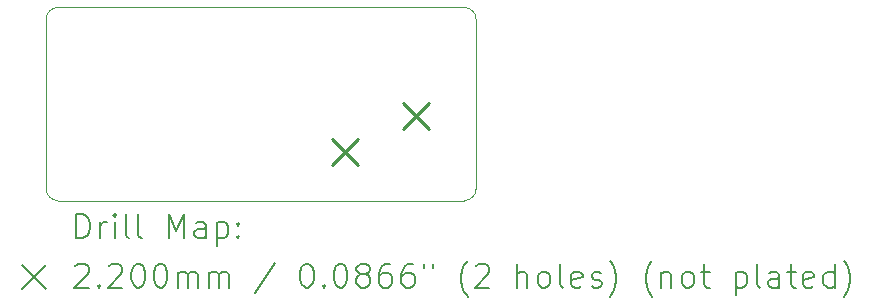
<source format=gbr>
%TF.GenerationSoftware,KiCad,Pcbnew,7.0.6*%
%TF.CreationDate,2023-08-28T10:43:41+02:00*%
%TF.ProjectId,RH_BreakLever_FreeJoy,52485f42-7265-4616-9b4c-657665725f46,rev?*%
%TF.SameCoordinates,Original*%
%TF.FileFunction,Drillmap*%
%TF.FilePolarity,Positive*%
%FSLAX45Y45*%
G04 Gerber Fmt 4.5, Leading zero omitted, Abs format (unit mm)*
G04 Created by KiCad (PCBNEW 7.0.6) date 2023-08-28 10:43:41*
%MOMM*%
%LPD*%
G01*
G04 APERTURE LIST*
%ADD10C,0.100000*%
%ADD11C,0.200000*%
%ADD12C,0.220000*%
G04 APERTURE END LIST*
D10*
X7017000Y-3705000D02*
X3576500Y-3705000D01*
X7117000Y-2170000D02*
G75*
G03*
X7017000Y-2070000I-100000J0D01*
G01*
X3576500Y-2070000D02*
X7017000Y-2070000D01*
X3576500Y-2070000D02*
G75*
G03*
X3476500Y-2170000I0J-100000D01*
G01*
X3476500Y-3605000D02*
G75*
G03*
X3576500Y-3705000I100000J0D01*
G01*
X7117000Y-2170000D02*
X7117000Y-3605000D01*
X7017000Y-3705000D02*
G75*
G03*
X7117000Y-3605000I0J100000D01*
G01*
X3476500Y-2170000D02*
X3476500Y-3605000D01*
D11*
D12*
X5897000Y-3180000D02*
X6117000Y-3400000D01*
X6117000Y-3180000D02*
X5897000Y-3400000D01*
X6497000Y-2880000D02*
X6717000Y-3100000D01*
X6717000Y-2880000D02*
X6497000Y-3100000D01*
D11*
X3732277Y-4021484D02*
X3732277Y-3821484D01*
X3732277Y-3821484D02*
X3779896Y-3821484D01*
X3779896Y-3821484D02*
X3808467Y-3831008D01*
X3808467Y-3831008D02*
X3827515Y-3850055D01*
X3827515Y-3850055D02*
X3837039Y-3869103D01*
X3837039Y-3869103D02*
X3846562Y-3907198D01*
X3846562Y-3907198D02*
X3846562Y-3935769D01*
X3846562Y-3935769D02*
X3837039Y-3973865D01*
X3837039Y-3973865D02*
X3827515Y-3992912D01*
X3827515Y-3992912D02*
X3808467Y-4011960D01*
X3808467Y-4011960D02*
X3779896Y-4021484D01*
X3779896Y-4021484D02*
X3732277Y-4021484D01*
X3932277Y-4021484D02*
X3932277Y-3888150D01*
X3932277Y-3926246D02*
X3941801Y-3907198D01*
X3941801Y-3907198D02*
X3951324Y-3897674D01*
X3951324Y-3897674D02*
X3970372Y-3888150D01*
X3970372Y-3888150D02*
X3989420Y-3888150D01*
X4056086Y-4021484D02*
X4056086Y-3888150D01*
X4056086Y-3821484D02*
X4046562Y-3831008D01*
X4046562Y-3831008D02*
X4056086Y-3840531D01*
X4056086Y-3840531D02*
X4065610Y-3831008D01*
X4065610Y-3831008D02*
X4056086Y-3821484D01*
X4056086Y-3821484D02*
X4056086Y-3840531D01*
X4179896Y-4021484D02*
X4160848Y-4011960D01*
X4160848Y-4011960D02*
X4151324Y-3992912D01*
X4151324Y-3992912D02*
X4151324Y-3821484D01*
X4284658Y-4021484D02*
X4265610Y-4011960D01*
X4265610Y-4011960D02*
X4256086Y-3992912D01*
X4256086Y-3992912D02*
X4256086Y-3821484D01*
X4513229Y-4021484D02*
X4513229Y-3821484D01*
X4513229Y-3821484D02*
X4579896Y-3964341D01*
X4579896Y-3964341D02*
X4646563Y-3821484D01*
X4646563Y-3821484D02*
X4646563Y-4021484D01*
X4827515Y-4021484D02*
X4827515Y-3916722D01*
X4827515Y-3916722D02*
X4817991Y-3897674D01*
X4817991Y-3897674D02*
X4798944Y-3888150D01*
X4798944Y-3888150D02*
X4760848Y-3888150D01*
X4760848Y-3888150D02*
X4741801Y-3897674D01*
X4827515Y-4011960D02*
X4808467Y-4021484D01*
X4808467Y-4021484D02*
X4760848Y-4021484D01*
X4760848Y-4021484D02*
X4741801Y-4011960D01*
X4741801Y-4011960D02*
X4732277Y-3992912D01*
X4732277Y-3992912D02*
X4732277Y-3973865D01*
X4732277Y-3973865D02*
X4741801Y-3954817D01*
X4741801Y-3954817D02*
X4760848Y-3945293D01*
X4760848Y-3945293D02*
X4808467Y-3945293D01*
X4808467Y-3945293D02*
X4827515Y-3935769D01*
X4922753Y-3888150D02*
X4922753Y-4088150D01*
X4922753Y-3897674D02*
X4941801Y-3888150D01*
X4941801Y-3888150D02*
X4979896Y-3888150D01*
X4979896Y-3888150D02*
X4998944Y-3897674D01*
X4998944Y-3897674D02*
X5008467Y-3907198D01*
X5008467Y-3907198D02*
X5017991Y-3926246D01*
X5017991Y-3926246D02*
X5017991Y-3983388D01*
X5017991Y-3983388D02*
X5008467Y-4002436D01*
X5008467Y-4002436D02*
X4998944Y-4011960D01*
X4998944Y-4011960D02*
X4979896Y-4021484D01*
X4979896Y-4021484D02*
X4941801Y-4021484D01*
X4941801Y-4021484D02*
X4922753Y-4011960D01*
X5103705Y-4002436D02*
X5113229Y-4011960D01*
X5113229Y-4011960D02*
X5103705Y-4021484D01*
X5103705Y-4021484D02*
X5094182Y-4011960D01*
X5094182Y-4011960D02*
X5103705Y-4002436D01*
X5103705Y-4002436D02*
X5103705Y-4021484D01*
X5103705Y-3897674D02*
X5113229Y-3907198D01*
X5113229Y-3907198D02*
X5103705Y-3916722D01*
X5103705Y-3916722D02*
X5094182Y-3907198D01*
X5094182Y-3907198D02*
X5103705Y-3897674D01*
X5103705Y-3897674D02*
X5103705Y-3916722D01*
X3271500Y-4250000D02*
X3471500Y-4450000D01*
X3471500Y-4250000D02*
X3271500Y-4450000D01*
X3722753Y-4260531D02*
X3732277Y-4251008D01*
X3732277Y-4251008D02*
X3751324Y-4241484D01*
X3751324Y-4241484D02*
X3798943Y-4241484D01*
X3798943Y-4241484D02*
X3817991Y-4251008D01*
X3817991Y-4251008D02*
X3827515Y-4260531D01*
X3827515Y-4260531D02*
X3837039Y-4279579D01*
X3837039Y-4279579D02*
X3837039Y-4298627D01*
X3837039Y-4298627D02*
X3827515Y-4327198D01*
X3827515Y-4327198D02*
X3713229Y-4441484D01*
X3713229Y-4441484D02*
X3837039Y-4441484D01*
X3922753Y-4422436D02*
X3932277Y-4431960D01*
X3932277Y-4431960D02*
X3922753Y-4441484D01*
X3922753Y-4441484D02*
X3913229Y-4431960D01*
X3913229Y-4431960D02*
X3922753Y-4422436D01*
X3922753Y-4422436D02*
X3922753Y-4441484D01*
X4008467Y-4260531D02*
X4017991Y-4251008D01*
X4017991Y-4251008D02*
X4037039Y-4241484D01*
X4037039Y-4241484D02*
X4084658Y-4241484D01*
X4084658Y-4241484D02*
X4103705Y-4251008D01*
X4103705Y-4251008D02*
X4113229Y-4260531D01*
X4113229Y-4260531D02*
X4122753Y-4279579D01*
X4122753Y-4279579D02*
X4122753Y-4298627D01*
X4122753Y-4298627D02*
X4113229Y-4327198D01*
X4113229Y-4327198D02*
X3998943Y-4441484D01*
X3998943Y-4441484D02*
X4122753Y-4441484D01*
X4246563Y-4241484D02*
X4265610Y-4241484D01*
X4265610Y-4241484D02*
X4284658Y-4251008D01*
X4284658Y-4251008D02*
X4294182Y-4260531D01*
X4294182Y-4260531D02*
X4303705Y-4279579D01*
X4303705Y-4279579D02*
X4313229Y-4317674D01*
X4313229Y-4317674D02*
X4313229Y-4365293D01*
X4313229Y-4365293D02*
X4303705Y-4403389D01*
X4303705Y-4403389D02*
X4294182Y-4422436D01*
X4294182Y-4422436D02*
X4284658Y-4431960D01*
X4284658Y-4431960D02*
X4265610Y-4441484D01*
X4265610Y-4441484D02*
X4246563Y-4441484D01*
X4246563Y-4441484D02*
X4227515Y-4431960D01*
X4227515Y-4431960D02*
X4217991Y-4422436D01*
X4217991Y-4422436D02*
X4208467Y-4403389D01*
X4208467Y-4403389D02*
X4198944Y-4365293D01*
X4198944Y-4365293D02*
X4198944Y-4317674D01*
X4198944Y-4317674D02*
X4208467Y-4279579D01*
X4208467Y-4279579D02*
X4217991Y-4260531D01*
X4217991Y-4260531D02*
X4227515Y-4251008D01*
X4227515Y-4251008D02*
X4246563Y-4241484D01*
X4437039Y-4241484D02*
X4456086Y-4241484D01*
X4456086Y-4241484D02*
X4475134Y-4251008D01*
X4475134Y-4251008D02*
X4484658Y-4260531D01*
X4484658Y-4260531D02*
X4494182Y-4279579D01*
X4494182Y-4279579D02*
X4503705Y-4317674D01*
X4503705Y-4317674D02*
X4503705Y-4365293D01*
X4503705Y-4365293D02*
X4494182Y-4403389D01*
X4494182Y-4403389D02*
X4484658Y-4422436D01*
X4484658Y-4422436D02*
X4475134Y-4431960D01*
X4475134Y-4431960D02*
X4456086Y-4441484D01*
X4456086Y-4441484D02*
X4437039Y-4441484D01*
X4437039Y-4441484D02*
X4417991Y-4431960D01*
X4417991Y-4431960D02*
X4408467Y-4422436D01*
X4408467Y-4422436D02*
X4398944Y-4403389D01*
X4398944Y-4403389D02*
X4389420Y-4365293D01*
X4389420Y-4365293D02*
X4389420Y-4317674D01*
X4389420Y-4317674D02*
X4398944Y-4279579D01*
X4398944Y-4279579D02*
X4408467Y-4260531D01*
X4408467Y-4260531D02*
X4417991Y-4251008D01*
X4417991Y-4251008D02*
X4437039Y-4241484D01*
X4589420Y-4441484D02*
X4589420Y-4308150D01*
X4589420Y-4327198D02*
X4598944Y-4317674D01*
X4598944Y-4317674D02*
X4617991Y-4308150D01*
X4617991Y-4308150D02*
X4646563Y-4308150D01*
X4646563Y-4308150D02*
X4665610Y-4317674D01*
X4665610Y-4317674D02*
X4675134Y-4336722D01*
X4675134Y-4336722D02*
X4675134Y-4441484D01*
X4675134Y-4336722D02*
X4684658Y-4317674D01*
X4684658Y-4317674D02*
X4703705Y-4308150D01*
X4703705Y-4308150D02*
X4732277Y-4308150D01*
X4732277Y-4308150D02*
X4751325Y-4317674D01*
X4751325Y-4317674D02*
X4760848Y-4336722D01*
X4760848Y-4336722D02*
X4760848Y-4441484D01*
X4856086Y-4441484D02*
X4856086Y-4308150D01*
X4856086Y-4327198D02*
X4865610Y-4317674D01*
X4865610Y-4317674D02*
X4884658Y-4308150D01*
X4884658Y-4308150D02*
X4913229Y-4308150D01*
X4913229Y-4308150D02*
X4932277Y-4317674D01*
X4932277Y-4317674D02*
X4941801Y-4336722D01*
X4941801Y-4336722D02*
X4941801Y-4441484D01*
X4941801Y-4336722D02*
X4951325Y-4317674D01*
X4951325Y-4317674D02*
X4970372Y-4308150D01*
X4970372Y-4308150D02*
X4998944Y-4308150D01*
X4998944Y-4308150D02*
X5017991Y-4317674D01*
X5017991Y-4317674D02*
X5027515Y-4336722D01*
X5027515Y-4336722D02*
X5027515Y-4441484D01*
X5417991Y-4231960D02*
X5246563Y-4489103D01*
X5675134Y-4241484D02*
X5694182Y-4241484D01*
X5694182Y-4241484D02*
X5713229Y-4251008D01*
X5713229Y-4251008D02*
X5722753Y-4260531D01*
X5722753Y-4260531D02*
X5732277Y-4279579D01*
X5732277Y-4279579D02*
X5741801Y-4317674D01*
X5741801Y-4317674D02*
X5741801Y-4365293D01*
X5741801Y-4365293D02*
X5732277Y-4403389D01*
X5732277Y-4403389D02*
X5722753Y-4422436D01*
X5722753Y-4422436D02*
X5713229Y-4431960D01*
X5713229Y-4431960D02*
X5694182Y-4441484D01*
X5694182Y-4441484D02*
X5675134Y-4441484D01*
X5675134Y-4441484D02*
X5656086Y-4431960D01*
X5656086Y-4431960D02*
X5646563Y-4422436D01*
X5646563Y-4422436D02*
X5637039Y-4403389D01*
X5637039Y-4403389D02*
X5627515Y-4365293D01*
X5627515Y-4365293D02*
X5627515Y-4317674D01*
X5627515Y-4317674D02*
X5637039Y-4279579D01*
X5637039Y-4279579D02*
X5646563Y-4260531D01*
X5646563Y-4260531D02*
X5656086Y-4251008D01*
X5656086Y-4251008D02*
X5675134Y-4241484D01*
X5827515Y-4422436D02*
X5837039Y-4431960D01*
X5837039Y-4431960D02*
X5827515Y-4441484D01*
X5827515Y-4441484D02*
X5817991Y-4431960D01*
X5817991Y-4431960D02*
X5827515Y-4422436D01*
X5827515Y-4422436D02*
X5827515Y-4441484D01*
X5960848Y-4241484D02*
X5979896Y-4241484D01*
X5979896Y-4241484D02*
X5998944Y-4251008D01*
X5998944Y-4251008D02*
X6008467Y-4260531D01*
X6008467Y-4260531D02*
X6017991Y-4279579D01*
X6017991Y-4279579D02*
X6027515Y-4317674D01*
X6027515Y-4317674D02*
X6027515Y-4365293D01*
X6027515Y-4365293D02*
X6017991Y-4403389D01*
X6017991Y-4403389D02*
X6008467Y-4422436D01*
X6008467Y-4422436D02*
X5998944Y-4431960D01*
X5998944Y-4431960D02*
X5979896Y-4441484D01*
X5979896Y-4441484D02*
X5960848Y-4441484D01*
X5960848Y-4441484D02*
X5941801Y-4431960D01*
X5941801Y-4431960D02*
X5932277Y-4422436D01*
X5932277Y-4422436D02*
X5922753Y-4403389D01*
X5922753Y-4403389D02*
X5913229Y-4365293D01*
X5913229Y-4365293D02*
X5913229Y-4317674D01*
X5913229Y-4317674D02*
X5922753Y-4279579D01*
X5922753Y-4279579D02*
X5932277Y-4260531D01*
X5932277Y-4260531D02*
X5941801Y-4251008D01*
X5941801Y-4251008D02*
X5960848Y-4241484D01*
X6141801Y-4327198D02*
X6122753Y-4317674D01*
X6122753Y-4317674D02*
X6113229Y-4308150D01*
X6113229Y-4308150D02*
X6103706Y-4289103D01*
X6103706Y-4289103D02*
X6103706Y-4279579D01*
X6103706Y-4279579D02*
X6113229Y-4260531D01*
X6113229Y-4260531D02*
X6122753Y-4251008D01*
X6122753Y-4251008D02*
X6141801Y-4241484D01*
X6141801Y-4241484D02*
X6179896Y-4241484D01*
X6179896Y-4241484D02*
X6198944Y-4251008D01*
X6198944Y-4251008D02*
X6208467Y-4260531D01*
X6208467Y-4260531D02*
X6217991Y-4279579D01*
X6217991Y-4279579D02*
X6217991Y-4289103D01*
X6217991Y-4289103D02*
X6208467Y-4308150D01*
X6208467Y-4308150D02*
X6198944Y-4317674D01*
X6198944Y-4317674D02*
X6179896Y-4327198D01*
X6179896Y-4327198D02*
X6141801Y-4327198D01*
X6141801Y-4327198D02*
X6122753Y-4336722D01*
X6122753Y-4336722D02*
X6113229Y-4346246D01*
X6113229Y-4346246D02*
X6103706Y-4365293D01*
X6103706Y-4365293D02*
X6103706Y-4403389D01*
X6103706Y-4403389D02*
X6113229Y-4422436D01*
X6113229Y-4422436D02*
X6122753Y-4431960D01*
X6122753Y-4431960D02*
X6141801Y-4441484D01*
X6141801Y-4441484D02*
X6179896Y-4441484D01*
X6179896Y-4441484D02*
X6198944Y-4431960D01*
X6198944Y-4431960D02*
X6208467Y-4422436D01*
X6208467Y-4422436D02*
X6217991Y-4403389D01*
X6217991Y-4403389D02*
X6217991Y-4365293D01*
X6217991Y-4365293D02*
X6208467Y-4346246D01*
X6208467Y-4346246D02*
X6198944Y-4336722D01*
X6198944Y-4336722D02*
X6179896Y-4327198D01*
X6389420Y-4241484D02*
X6351325Y-4241484D01*
X6351325Y-4241484D02*
X6332277Y-4251008D01*
X6332277Y-4251008D02*
X6322753Y-4260531D01*
X6322753Y-4260531D02*
X6303706Y-4289103D01*
X6303706Y-4289103D02*
X6294182Y-4327198D01*
X6294182Y-4327198D02*
X6294182Y-4403389D01*
X6294182Y-4403389D02*
X6303706Y-4422436D01*
X6303706Y-4422436D02*
X6313229Y-4431960D01*
X6313229Y-4431960D02*
X6332277Y-4441484D01*
X6332277Y-4441484D02*
X6370372Y-4441484D01*
X6370372Y-4441484D02*
X6389420Y-4431960D01*
X6389420Y-4431960D02*
X6398944Y-4422436D01*
X6398944Y-4422436D02*
X6408467Y-4403389D01*
X6408467Y-4403389D02*
X6408467Y-4355770D01*
X6408467Y-4355770D02*
X6398944Y-4336722D01*
X6398944Y-4336722D02*
X6389420Y-4327198D01*
X6389420Y-4327198D02*
X6370372Y-4317674D01*
X6370372Y-4317674D02*
X6332277Y-4317674D01*
X6332277Y-4317674D02*
X6313229Y-4327198D01*
X6313229Y-4327198D02*
X6303706Y-4336722D01*
X6303706Y-4336722D02*
X6294182Y-4355770D01*
X6579896Y-4241484D02*
X6541801Y-4241484D01*
X6541801Y-4241484D02*
X6522753Y-4251008D01*
X6522753Y-4251008D02*
X6513229Y-4260531D01*
X6513229Y-4260531D02*
X6494182Y-4289103D01*
X6494182Y-4289103D02*
X6484658Y-4327198D01*
X6484658Y-4327198D02*
X6484658Y-4403389D01*
X6484658Y-4403389D02*
X6494182Y-4422436D01*
X6494182Y-4422436D02*
X6503706Y-4431960D01*
X6503706Y-4431960D02*
X6522753Y-4441484D01*
X6522753Y-4441484D02*
X6560848Y-4441484D01*
X6560848Y-4441484D02*
X6579896Y-4431960D01*
X6579896Y-4431960D02*
X6589420Y-4422436D01*
X6589420Y-4422436D02*
X6598944Y-4403389D01*
X6598944Y-4403389D02*
X6598944Y-4355770D01*
X6598944Y-4355770D02*
X6589420Y-4336722D01*
X6589420Y-4336722D02*
X6579896Y-4327198D01*
X6579896Y-4327198D02*
X6560848Y-4317674D01*
X6560848Y-4317674D02*
X6522753Y-4317674D01*
X6522753Y-4317674D02*
X6503706Y-4327198D01*
X6503706Y-4327198D02*
X6494182Y-4336722D01*
X6494182Y-4336722D02*
X6484658Y-4355770D01*
X6675134Y-4241484D02*
X6675134Y-4279579D01*
X6751325Y-4241484D02*
X6751325Y-4279579D01*
X7046563Y-4517674D02*
X7037039Y-4508150D01*
X7037039Y-4508150D02*
X7017991Y-4479579D01*
X7017991Y-4479579D02*
X7008468Y-4460531D01*
X7008468Y-4460531D02*
X6998944Y-4431960D01*
X6998944Y-4431960D02*
X6989420Y-4384341D01*
X6989420Y-4384341D02*
X6989420Y-4346246D01*
X6989420Y-4346246D02*
X6998944Y-4298627D01*
X6998944Y-4298627D02*
X7008468Y-4270055D01*
X7008468Y-4270055D02*
X7017991Y-4251008D01*
X7017991Y-4251008D02*
X7037039Y-4222436D01*
X7037039Y-4222436D02*
X7046563Y-4212912D01*
X7113229Y-4260531D02*
X7122753Y-4251008D01*
X7122753Y-4251008D02*
X7141801Y-4241484D01*
X7141801Y-4241484D02*
X7189420Y-4241484D01*
X7189420Y-4241484D02*
X7208468Y-4251008D01*
X7208468Y-4251008D02*
X7217991Y-4260531D01*
X7217991Y-4260531D02*
X7227515Y-4279579D01*
X7227515Y-4279579D02*
X7227515Y-4298627D01*
X7227515Y-4298627D02*
X7217991Y-4327198D01*
X7217991Y-4327198D02*
X7103706Y-4441484D01*
X7103706Y-4441484D02*
X7227515Y-4441484D01*
X7465610Y-4441484D02*
X7465610Y-4241484D01*
X7551325Y-4441484D02*
X7551325Y-4336722D01*
X7551325Y-4336722D02*
X7541801Y-4317674D01*
X7541801Y-4317674D02*
X7522753Y-4308150D01*
X7522753Y-4308150D02*
X7494182Y-4308150D01*
X7494182Y-4308150D02*
X7475134Y-4317674D01*
X7475134Y-4317674D02*
X7465610Y-4327198D01*
X7675134Y-4441484D02*
X7656087Y-4431960D01*
X7656087Y-4431960D02*
X7646563Y-4422436D01*
X7646563Y-4422436D02*
X7637039Y-4403389D01*
X7637039Y-4403389D02*
X7637039Y-4346246D01*
X7637039Y-4346246D02*
X7646563Y-4327198D01*
X7646563Y-4327198D02*
X7656087Y-4317674D01*
X7656087Y-4317674D02*
X7675134Y-4308150D01*
X7675134Y-4308150D02*
X7703706Y-4308150D01*
X7703706Y-4308150D02*
X7722753Y-4317674D01*
X7722753Y-4317674D02*
X7732277Y-4327198D01*
X7732277Y-4327198D02*
X7741801Y-4346246D01*
X7741801Y-4346246D02*
X7741801Y-4403389D01*
X7741801Y-4403389D02*
X7732277Y-4422436D01*
X7732277Y-4422436D02*
X7722753Y-4431960D01*
X7722753Y-4431960D02*
X7703706Y-4441484D01*
X7703706Y-4441484D02*
X7675134Y-4441484D01*
X7856087Y-4441484D02*
X7837039Y-4431960D01*
X7837039Y-4431960D02*
X7827515Y-4412912D01*
X7827515Y-4412912D02*
X7827515Y-4241484D01*
X8008468Y-4431960D02*
X7989420Y-4441484D01*
X7989420Y-4441484D02*
X7951325Y-4441484D01*
X7951325Y-4441484D02*
X7932277Y-4431960D01*
X7932277Y-4431960D02*
X7922753Y-4412912D01*
X7922753Y-4412912D02*
X7922753Y-4336722D01*
X7922753Y-4336722D02*
X7932277Y-4317674D01*
X7932277Y-4317674D02*
X7951325Y-4308150D01*
X7951325Y-4308150D02*
X7989420Y-4308150D01*
X7989420Y-4308150D02*
X8008468Y-4317674D01*
X8008468Y-4317674D02*
X8017991Y-4336722D01*
X8017991Y-4336722D02*
X8017991Y-4355770D01*
X8017991Y-4355770D02*
X7922753Y-4374817D01*
X8094182Y-4431960D02*
X8113230Y-4441484D01*
X8113230Y-4441484D02*
X8151325Y-4441484D01*
X8151325Y-4441484D02*
X8170372Y-4431960D01*
X8170372Y-4431960D02*
X8179896Y-4412912D01*
X8179896Y-4412912D02*
X8179896Y-4403389D01*
X8179896Y-4403389D02*
X8170372Y-4384341D01*
X8170372Y-4384341D02*
X8151325Y-4374817D01*
X8151325Y-4374817D02*
X8122753Y-4374817D01*
X8122753Y-4374817D02*
X8103706Y-4365293D01*
X8103706Y-4365293D02*
X8094182Y-4346246D01*
X8094182Y-4346246D02*
X8094182Y-4336722D01*
X8094182Y-4336722D02*
X8103706Y-4317674D01*
X8103706Y-4317674D02*
X8122753Y-4308150D01*
X8122753Y-4308150D02*
X8151325Y-4308150D01*
X8151325Y-4308150D02*
X8170372Y-4317674D01*
X8246563Y-4517674D02*
X8256087Y-4508150D01*
X8256087Y-4508150D02*
X8275134Y-4479579D01*
X8275134Y-4479579D02*
X8284658Y-4460531D01*
X8284658Y-4460531D02*
X8294182Y-4431960D01*
X8294182Y-4431960D02*
X8303706Y-4384341D01*
X8303706Y-4384341D02*
X8303706Y-4346246D01*
X8303706Y-4346246D02*
X8294182Y-4298627D01*
X8294182Y-4298627D02*
X8284658Y-4270055D01*
X8284658Y-4270055D02*
X8275134Y-4251008D01*
X8275134Y-4251008D02*
X8256087Y-4222436D01*
X8256087Y-4222436D02*
X8246563Y-4212912D01*
X8608468Y-4517674D02*
X8598944Y-4508150D01*
X8598944Y-4508150D02*
X8579896Y-4479579D01*
X8579896Y-4479579D02*
X8570373Y-4460531D01*
X8570373Y-4460531D02*
X8560849Y-4431960D01*
X8560849Y-4431960D02*
X8551325Y-4384341D01*
X8551325Y-4384341D02*
X8551325Y-4346246D01*
X8551325Y-4346246D02*
X8560849Y-4298627D01*
X8560849Y-4298627D02*
X8570373Y-4270055D01*
X8570373Y-4270055D02*
X8579896Y-4251008D01*
X8579896Y-4251008D02*
X8598944Y-4222436D01*
X8598944Y-4222436D02*
X8608468Y-4212912D01*
X8684658Y-4308150D02*
X8684658Y-4441484D01*
X8684658Y-4327198D02*
X8694182Y-4317674D01*
X8694182Y-4317674D02*
X8713230Y-4308150D01*
X8713230Y-4308150D02*
X8741801Y-4308150D01*
X8741801Y-4308150D02*
X8760849Y-4317674D01*
X8760849Y-4317674D02*
X8770373Y-4336722D01*
X8770373Y-4336722D02*
X8770373Y-4441484D01*
X8894182Y-4441484D02*
X8875134Y-4431960D01*
X8875134Y-4431960D02*
X8865611Y-4422436D01*
X8865611Y-4422436D02*
X8856087Y-4403389D01*
X8856087Y-4403389D02*
X8856087Y-4346246D01*
X8856087Y-4346246D02*
X8865611Y-4327198D01*
X8865611Y-4327198D02*
X8875134Y-4317674D01*
X8875134Y-4317674D02*
X8894182Y-4308150D01*
X8894182Y-4308150D02*
X8922754Y-4308150D01*
X8922754Y-4308150D02*
X8941801Y-4317674D01*
X8941801Y-4317674D02*
X8951325Y-4327198D01*
X8951325Y-4327198D02*
X8960849Y-4346246D01*
X8960849Y-4346246D02*
X8960849Y-4403389D01*
X8960849Y-4403389D02*
X8951325Y-4422436D01*
X8951325Y-4422436D02*
X8941801Y-4431960D01*
X8941801Y-4431960D02*
X8922754Y-4441484D01*
X8922754Y-4441484D02*
X8894182Y-4441484D01*
X9017992Y-4308150D02*
X9094182Y-4308150D01*
X9046563Y-4241484D02*
X9046563Y-4412912D01*
X9046563Y-4412912D02*
X9056087Y-4431960D01*
X9056087Y-4431960D02*
X9075134Y-4441484D01*
X9075134Y-4441484D02*
X9094182Y-4441484D01*
X9313230Y-4308150D02*
X9313230Y-4508150D01*
X9313230Y-4317674D02*
X9332277Y-4308150D01*
X9332277Y-4308150D02*
X9370373Y-4308150D01*
X9370373Y-4308150D02*
X9389420Y-4317674D01*
X9389420Y-4317674D02*
X9398944Y-4327198D01*
X9398944Y-4327198D02*
X9408468Y-4346246D01*
X9408468Y-4346246D02*
X9408468Y-4403389D01*
X9408468Y-4403389D02*
X9398944Y-4422436D01*
X9398944Y-4422436D02*
X9389420Y-4431960D01*
X9389420Y-4431960D02*
X9370373Y-4441484D01*
X9370373Y-4441484D02*
X9332277Y-4441484D01*
X9332277Y-4441484D02*
X9313230Y-4431960D01*
X9522754Y-4441484D02*
X9503706Y-4431960D01*
X9503706Y-4431960D02*
X9494182Y-4412912D01*
X9494182Y-4412912D02*
X9494182Y-4241484D01*
X9684658Y-4441484D02*
X9684658Y-4336722D01*
X9684658Y-4336722D02*
X9675135Y-4317674D01*
X9675135Y-4317674D02*
X9656087Y-4308150D01*
X9656087Y-4308150D02*
X9617992Y-4308150D01*
X9617992Y-4308150D02*
X9598944Y-4317674D01*
X9684658Y-4431960D02*
X9665611Y-4441484D01*
X9665611Y-4441484D02*
X9617992Y-4441484D01*
X9617992Y-4441484D02*
X9598944Y-4431960D01*
X9598944Y-4431960D02*
X9589420Y-4412912D01*
X9589420Y-4412912D02*
X9589420Y-4393865D01*
X9589420Y-4393865D02*
X9598944Y-4374817D01*
X9598944Y-4374817D02*
X9617992Y-4365293D01*
X9617992Y-4365293D02*
X9665611Y-4365293D01*
X9665611Y-4365293D02*
X9684658Y-4355770D01*
X9751325Y-4308150D02*
X9827515Y-4308150D01*
X9779896Y-4241484D02*
X9779896Y-4412912D01*
X9779896Y-4412912D02*
X9789420Y-4431960D01*
X9789420Y-4431960D02*
X9808468Y-4441484D01*
X9808468Y-4441484D02*
X9827515Y-4441484D01*
X9970373Y-4431960D02*
X9951325Y-4441484D01*
X9951325Y-4441484D02*
X9913230Y-4441484D01*
X9913230Y-4441484D02*
X9894182Y-4431960D01*
X9894182Y-4431960D02*
X9884658Y-4412912D01*
X9884658Y-4412912D02*
X9884658Y-4336722D01*
X9884658Y-4336722D02*
X9894182Y-4317674D01*
X9894182Y-4317674D02*
X9913230Y-4308150D01*
X9913230Y-4308150D02*
X9951325Y-4308150D01*
X9951325Y-4308150D02*
X9970373Y-4317674D01*
X9970373Y-4317674D02*
X9979896Y-4336722D01*
X9979896Y-4336722D02*
X9979896Y-4355770D01*
X9979896Y-4355770D02*
X9884658Y-4374817D01*
X10151325Y-4441484D02*
X10151325Y-4241484D01*
X10151325Y-4431960D02*
X10132277Y-4441484D01*
X10132277Y-4441484D02*
X10094182Y-4441484D01*
X10094182Y-4441484D02*
X10075135Y-4431960D01*
X10075135Y-4431960D02*
X10065611Y-4422436D01*
X10065611Y-4422436D02*
X10056087Y-4403389D01*
X10056087Y-4403389D02*
X10056087Y-4346246D01*
X10056087Y-4346246D02*
X10065611Y-4327198D01*
X10065611Y-4327198D02*
X10075135Y-4317674D01*
X10075135Y-4317674D02*
X10094182Y-4308150D01*
X10094182Y-4308150D02*
X10132277Y-4308150D01*
X10132277Y-4308150D02*
X10151325Y-4317674D01*
X10227516Y-4517674D02*
X10237039Y-4508150D01*
X10237039Y-4508150D02*
X10256087Y-4479579D01*
X10256087Y-4479579D02*
X10265611Y-4460531D01*
X10265611Y-4460531D02*
X10275135Y-4431960D01*
X10275135Y-4431960D02*
X10284658Y-4384341D01*
X10284658Y-4384341D02*
X10284658Y-4346246D01*
X10284658Y-4346246D02*
X10275135Y-4298627D01*
X10275135Y-4298627D02*
X10265611Y-4270055D01*
X10265611Y-4270055D02*
X10256087Y-4251008D01*
X10256087Y-4251008D02*
X10237039Y-4222436D01*
X10237039Y-4222436D02*
X10227516Y-4212912D01*
M02*

</source>
